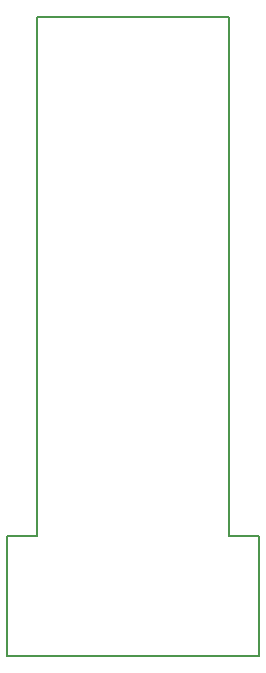
<source format=gm1>
G04 #@! TF.FileFunction,Profile,NP*
%FSLAX46Y46*%
G04 Gerber Fmt 4.6, Leading zero omitted, Abs format (unit mm)*
G04 Created by KiCad (PCBNEW 4.0.2+e4-6225~38~ubuntu15.10.1-stable) date Thu 05 May 2016 06:03:02 PM EEST*
%MOMM*%
G01*
G04 APERTURE LIST*
%ADD10C,0.100000*%
%ADD11C,0.150000*%
G04 APERTURE END LIST*
D10*
D11*
X129032000Y-110490000D02*
X129032000Y-120650000D01*
X131572000Y-110490000D02*
X129032000Y-110490000D01*
X131572000Y-66548000D02*
X131572000Y-110490000D01*
X147828000Y-66548000D02*
X131572000Y-66548000D01*
X147828000Y-110490000D02*
X147828000Y-66548000D01*
X150368000Y-110490000D02*
X147828000Y-110490000D01*
X150368000Y-120650000D02*
X150368000Y-110490000D01*
X129032000Y-120650000D02*
X150368000Y-120650000D01*
M02*

</source>
